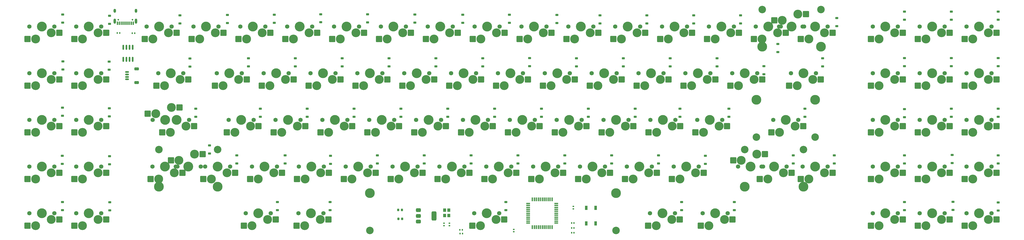
<source format=gbr>
%TF.GenerationSoftware,KiCad,Pcbnew,8.0.8*%
%TF.CreationDate,2025-04-01T14:15:57+02:00*%
%TF.ProjectId,xt_pcb,78745f70-6362-42e6-9b69-6361645f7063,rev?*%
%TF.SameCoordinates,Original*%
%TF.FileFunction,Soldermask,Bot*%
%TF.FilePolarity,Negative*%
%FSLAX46Y46*%
G04 Gerber Fmt 4.6, Leading zero omitted, Abs format (unit mm)*
G04 Created by KiCad (PCBNEW 8.0.8) date 2025-04-01 14:15:57*
%MOMM*%
%LPD*%
G01*
G04 APERTURE LIST*
G04 Aperture macros list*
%AMRoundRect*
0 Rectangle with rounded corners*
0 $1 Rounding radius*
0 $2 $3 $4 $5 $6 $7 $8 $9 X,Y pos of 4 corners*
0 Add a 4 corners polygon primitive as box body*
4,1,4,$2,$3,$4,$5,$6,$7,$8,$9,$2,$3,0*
0 Add four circle primitives for the rounded corners*
1,1,$1+$1,$2,$3*
1,1,$1+$1,$4,$5*
1,1,$1+$1,$6,$7*
1,1,$1+$1,$8,$9*
0 Add four rect primitives between the rounded corners*
20,1,$1+$1,$2,$3,$4,$5,0*
20,1,$1+$1,$4,$5,$6,$7,0*
20,1,$1+$1,$6,$7,$8,$9,0*
20,1,$1+$1,$8,$9,$2,$3,0*%
G04 Aperture macros list end*
%ADD10RoundRect,0.250000X1.025000X1.000000X-1.025000X1.000000X-1.025000X-1.000000X1.025000X-1.000000X0*%
%ADD11C,1.750000*%
%ADD12C,4.000000*%
%ADD13C,3.600000*%
%ADD14C,3.048000*%
%ADD15C,3.987800*%
%ADD16RoundRect,0.250000X-1.025000X-1.000000X1.025000X-1.000000X1.025000X1.000000X-1.025000X1.000000X0*%
%ADD17RoundRect,0.225000X-0.375000X0.225000X-0.375000X-0.225000X0.375000X-0.225000X0.375000X0.225000X0*%
%ADD18C,0.650000*%
%ADD19R,0.600000X1.450000*%
%ADD20R,0.300000X1.450000*%
%ADD21O,1.000000X1.600000*%
%ADD22O,1.000000X2.100000*%
%ADD23RoundRect,0.135000X-0.135000X-0.185000X0.135000X-0.185000X0.135000X0.185000X-0.135000X0.185000X0*%
%ADD24RoundRect,0.375000X-0.625000X-0.375000X0.625000X-0.375000X0.625000X0.375000X-0.625000X0.375000X0*%
%ADD25RoundRect,0.500000X-0.500000X-1.400000X0.500000X-1.400000X0.500000X1.400000X-0.500000X1.400000X0*%
%ADD26RoundRect,0.140000X-0.140000X-0.170000X0.140000X-0.170000X0.140000X0.170000X-0.140000X0.170000X0*%
%ADD27RoundRect,0.140000X0.170000X-0.140000X0.170000X0.140000X-0.170000X0.140000X-0.170000X-0.140000X0*%
%ADD28R,0.550000X1.500000*%
%ADD29R,1.500000X0.550000*%
%ADD30RoundRect,0.150000X-0.625000X0.150000X-0.625000X-0.150000X0.625000X-0.150000X0.625000X0.150000X0*%
%ADD31RoundRect,0.250000X-0.650000X0.350000X-0.650000X-0.350000X0.650000X-0.350000X0.650000X0.350000X0*%
%ADD32RoundRect,0.150000X-0.150000X0.825000X-0.150000X-0.825000X0.150000X-0.825000X0.150000X0.825000X0*%
%ADD33R,1.200000X1.400000*%
%ADD34RoundRect,0.135000X-0.185000X0.135000X-0.185000X-0.135000X0.185000X-0.135000X0.185000X0.135000X0*%
%ADD35RoundRect,0.225000X0.225000X0.250000X-0.225000X0.250000X-0.225000X-0.250000X0.225000X-0.250000X0*%
%ADD36R,1.000000X1.700000*%
%ADD37RoundRect,0.140000X-0.170000X0.140000X-0.170000X-0.140000X0.170000X-0.140000X0.170000X0.140000X0*%
%ADD38RoundRect,0.135000X0.135000X0.185000X-0.135000X0.185000X-0.135000X-0.185000X0.135000X-0.185000X0*%
%ADD39RoundRect,0.225000X0.375000X-0.225000X0.375000X0.225000X-0.375000X0.225000X-0.375000X-0.225000X0*%
G04 APERTURE END LIST*
D10*
%TO.C,SW79*%
X444495000Y-150145000D03*
D11*
X442490000Y-147605000D03*
D12*
X437410000Y-147605000D03*
D11*
X432330000Y-147605000D03*
D10*
X431568000Y-152685000D03*
D13*
X441220000Y-150145000D03*
X434870000Y-152685000D03*
%TD*%
D10*
%TO.C,SW43*%
X101595000Y-131095000D03*
D11*
X99590000Y-128555000D03*
D12*
X94510000Y-128555000D03*
D11*
X89430000Y-128555000D03*
D10*
X88668000Y-133635000D03*
D13*
X98320000Y-131095000D03*
X91970000Y-133635000D03*
%TD*%
D14*
%TO.C,SW93*%
X361193250Y-140620000D03*
D15*
X361193250Y-155830000D03*
D14*
X385069250Y-140620000D03*
D15*
X385069250Y-155830000D03*
%TD*%
D10*
%TO.C,SW46*%
X182572500Y-131095000D03*
D11*
X180567500Y-128555000D03*
D12*
X175487500Y-128555000D03*
D11*
X170407500Y-128555000D03*
D10*
X169645500Y-133635000D03*
D13*
X179297500Y-131095000D03*
X172947500Y-133635000D03*
%TD*%
D10*
%TO.C,SW36*%
X377835000Y-92995000D03*
D11*
X375830000Y-90455000D03*
D12*
X370750000Y-90455000D03*
D11*
X365670000Y-90455000D03*
D10*
X364908000Y-95535000D03*
D13*
X374560000Y-92995000D03*
X368210000Y-95535000D03*
%TD*%
D10*
%TO.C,SW72*%
X230197500Y-150145000D03*
D11*
X228192500Y-147605000D03*
D12*
X223112500Y-147605000D03*
D11*
X218032500Y-147605000D03*
D10*
X217270500Y-152685000D03*
D13*
X226922500Y-150145000D03*
X220572500Y-152685000D03*
%TD*%
D10*
%TO.C,SW25*%
X158760000Y-112045000D03*
D11*
X156755000Y-109505000D03*
D12*
X151675000Y-109505000D03*
D11*
X146595000Y-109505000D03*
D10*
X145833000Y-114585000D03*
D13*
X155485000Y-112045000D03*
X149135000Y-114585000D03*
%TD*%
D10*
%TO.C,SW38*%
X425445000Y-112045000D03*
D11*
X423440000Y-109505000D03*
D12*
X418360000Y-109505000D03*
D11*
X413280000Y-109505000D03*
D10*
X412518000Y-114585000D03*
D13*
X422170000Y-112045000D03*
X415820000Y-114585000D03*
%TD*%
D10*
%TO.C,SW62*%
X368310000Y-112045000D03*
D11*
X366305000Y-109505000D03*
D12*
X361225000Y-109505000D03*
D11*
X356145000Y-109505000D03*
D10*
X355383000Y-114585000D03*
D13*
X365035000Y-112045000D03*
X358685000Y-114585000D03*
%TD*%
D10*
%TO.C,SW28*%
X215910000Y-112045000D03*
D11*
X213905000Y-109505000D03*
D12*
X208825000Y-109505000D03*
D11*
X203745000Y-109505000D03*
D10*
X202983000Y-114585000D03*
D13*
X212635000Y-112045000D03*
X206285000Y-114585000D03*
%TD*%
D10*
%TO.C,SW9*%
X206385000Y-92995000D03*
D11*
X204380000Y-90455000D03*
D12*
X199300000Y-90455000D03*
D11*
X194220000Y-90455000D03*
D10*
X193458000Y-95535000D03*
D13*
X203110000Y-92995000D03*
X196760000Y-95535000D03*
%TD*%
D10*
%TO.C,SW23*%
X101595000Y-112045000D03*
D11*
X99590000Y-109505000D03*
D12*
X94510000Y-109505000D03*
D11*
X89430000Y-109505000D03*
D10*
X88668000Y-114585000D03*
D13*
X98320000Y-112045000D03*
X91970000Y-114585000D03*
%TD*%
D10*
%TO.C,SW60*%
X344497500Y-150145000D03*
D11*
X342492500Y-147605000D03*
D12*
X337412500Y-147605000D03*
D11*
X332332500Y-147605000D03*
D10*
X331570500Y-152685000D03*
D13*
X341222500Y-150145000D03*
X334872500Y-152685000D03*
%TD*%
D10*
%TO.C,SW5*%
X130185000Y-92995000D03*
D11*
X128180000Y-90455000D03*
D12*
X123100000Y-90455000D03*
D11*
X118020000Y-90455000D03*
D10*
X117258000Y-95535000D03*
D13*
X126910000Y-92995000D03*
X120560000Y-95535000D03*
%TD*%
D10*
%TO.C,SW3*%
X82545000Y-92995000D03*
D11*
X80540000Y-90455000D03*
D12*
X75460000Y-90455000D03*
D11*
X70380000Y-90455000D03*
D10*
X69618000Y-95535000D03*
D13*
X79270000Y-92995000D03*
X72920000Y-95535000D03*
%TD*%
D10*
%TO.C,SW56*%
X384978750Y-131095000D03*
D11*
X382973750Y-128555000D03*
D12*
X377893750Y-128555000D03*
D11*
X372813750Y-128555000D03*
D10*
X372051750Y-133635000D03*
D13*
X381703750Y-131095000D03*
X375353750Y-133635000D03*
%TD*%
D10*
%TO.C,SW20*%
X444495000Y-92995000D03*
D11*
X442490000Y-90455000D03*
D12*
X437410000Y-90455000D03*
D11*
X432330000Y-90455000D03*
D10*
X431568000Y-95535000D03*
D13*
X441220000Y-92995000D03*
X434870000Y-95535000D03*
%TD*%
D16*
%TO.C,SW97*%
X356521250Y-145065000D03*
D11*
X358526250Y-147605000D03*
D12*
X363606250Y-147605000D03*
D11*
X368686250Y-147605000D03*
D16*
X369448250Y-142525000D03*
D13*
X359796250Y-145065000D03*
X366146250Y-142525000D03*
%TD*%
D10*
%TO.C,SW63*%
X132566250Y-150145000D03*
D11*
X130561250Y-147605000D03*
D12*
X125481250Y-147605000D03*
D11*
X120401250Y-147605000D03*
D10*
X119639250Y-152685000D03*
D13*
X129291250Y-150145000D03*
X122941250Y-152685000D03*
%TD*%
D10*
%TO.C,SW42*%
X82545000Y-131095000D03*
D11*
X80540000Y-128555000D03*
D12*
X75460000Y-128555000D03*
D11*
X70380000Y-128555000D03*
D10*
X69618000Y-133635000D03*
D13*
X79270000Y-131095000D03*
X72920000Y-133635000D03*
%TD*%
D10*
%TO.C,SW83*%
X170498750Y-169195000D03*
D11*
X168493750Y-166655000D03*
D12*
X163413750Y-166655000D03*
D11*
X158333750Y-166655000D03*
D10*
X157571750Y-171735000D03*
D13*
X167223750Y-169195000D03*
X160873750Y-171735000D03*
%TD*%
D10*
%TO.C,SW47*%
X201622500Y-131095000D03*
D11*
X199617500Y-128555000D03*
D12*
X194537500Y-128555000D03*
D11*
X189457500Y-128555000D03*
D10*
X188695500Y-133635000D03*
D13*
X198347500Y-131095000D03*
X191997500Y-133635000D03*
%TD*%
D10*
%TO.C,SW85*%
X263367500Y-169195000D03*
D11*
X261362500Y-166655000D03*
D12*
X256282500Y-166655000D03*
D11*
X251202500Y-166655000D03*
D10*
X250440500Y-171735000D03*
D13*
X260092500Y-169195000D03*
X253742500Y-171735000D03*
%TD*%
D10*
%TO.C,SW90*%
X463545000Y-169195000D03*
D11*
X461540000Y-166655000D03*
D12*
X456460000Y-166655000D03*
D11*
X451380000Y-166655000D03*
D10*
X450618000Y-171735000D03*
D13*
X460270000Y-169195000D03*
X453920000Y-171735000D03*
%TD*%
D10*
%TO.C,SW82*%
X101595000Y-169195000D03*
D11*
X99590000Y-166655000D03*
D12*
X94510000Y-166655000D03*
D11*
X89430000Y-166655000D03*
D10*
X88668000Y-171735000D03*
D13*
X98320000Y-169195000D03*
X91970000Y-171735000D03*
%TD*%
D10*
%TO.C,SW13*%
X282585000Y-92995000D03*
D11*
X280580000Y-90455000D03*
D12*
X275500000Y-90455000D03*
D11*
X270420000Y-90455000D03*
D10*
X269658000Y-95535000D03*
D13*
X279310000Y-92995000D03*
X272960000Y-95535000D03*
%TD*%
D10*
%TO.C,SW24*%
X134947500Y-112045000D03*
D11*
X132942500Y-109505000D03*
D12*
X127862500Y-109505000D03*
D11*
X122782500Y-109505000D03*
D10*
X122020500Y-114585000D03*
D13*
X131672500Y-112045000D03*
X125322500Y-114585000D03*
%TD*%
D14*
%TO.C,SW92*%
X389831750Y-135540000D03*
D15*
X389831750Y-120330000D03*
D14*
X365955750Y-135540000D03*
D15*
X365955750Y-120330000D03*
%TD*%
D10*
%TO.C,SW81*%
X82545000Y-169195000D03*
D11*
X80540000Y-166655000D03*
D12*
X75460000Y-166655000D03*
D11*
X70380000Y-166655000D03*
D10*
X69618000Y-171735000D03*
D13*
X79270000Y-169195000D03*
X72920000Y-171735000D03*
%TD*%
D10*
%TO.C,SW22*%
X82545000Y-112045000D03*
D11*
X80540000Y-109505000D03*
D12*
X75460000Y-109505000D03*
D11*
X70380000Y-109505000D03*
D10*
X69618000Y-114585000D03*
D13*
X79270000Y-112045000D03*
X72920000Y-114585000D03*
%TD*%
D10*
%TO.C,SW14*%
X301635000Y-92995000D03*
D11*
X299630000Y-90455000D03*
D12*
X294550000Y-90455000D03*
D11*
X289470000Y-90455000D03*
D10*
X288708000Y-95535000D03*
D13*
X298360000Y-92995000D03*
X292010000Y-95535000D03*
%TD*%
D10*
%TO.C,SW49*%
X239722500Y-131095000D03*
D11*
X237717500Y-128555000D03*
D12*
X232637500Y-128555000D03*
D11*
X227557500Y-128555000D03*
D10*
X226795500Y-133635000D03*
D13*
X236447500Y-131095000D03*
X230097500Y-133635000D03*
%TD*%
D10*
%TO.C,SW54*%
X334972500Y-131095000D03*
D11*
X332967500Y-128555000D03*
D12*
X327887500Y-128555000D03*
D11*
X322807500Y-128555000D03*
D10*
X322045500Y-133635000D03*
D13*
X331697500Y-131095000D03*
X325347500Y-133635000D03*
%TD*%
D10*
%TO.C,SW10*%
X225435000Y-92995000D03*
D11*
X223430000Y-90455000D03*
D12*
X218350000Y-90455000D03*
D11*
X213270000Y-90455000D03*
D10*
X212508000Y-95535000D03*
D13*
X222160000Y-92995000D03*
X215810000Y-95535000D03*
%TD*%
D10*
%TO.C,SW15*%
X320685000Y-92995000D03*
D11*
X318680000Y-90455000D03*
D12*
X313600000Y-90455000D03*
D11*
X308520000Y-90455000D03*
D10*
X307758000Y-95535000D03*
D13*
X317410000Y-92995000D03*
X311060000Y-95535000D03*
%TD*%
D10*
%TO.C,SW29*%
X234960000Y-112045000D03*
D11*
X232955000Y-109505000D03*
D12*
X227875000Y-109505000D03*
D11*
X222795000Y-109505000D03*
D10*
X222033000Y-114585000D03*
D13*
X231685000Y-112045000D03*
X225335000Y-114585000D03*
%TD*%
D10*
%TO.C,SW67*%
X101595000Y-150145000D03*
D11*
X99590000Y-147605000D03*
D12*
X94510000Y-147605000D03*
D11*
X89430000Y-147605000D03*
D10*
X88668000Y-152685000D03*
D13*
X98320000Y-150145000D03*
X91970000Y-152685000D03*
%TD*%
D10*
%TO.C,SW50*%
X258772500Y-131095000D03*
D11*
X256767500Y-128555000D03*
D12*
X251687500Y-128555000D03*
D11*
X246607500Y-128555000D03*
D10*
X245845500Y-133635000D03*
D13*
X255497500Y-131095000D03*
X249147500Y-133635000D03*
%TD*%
D10*
%TO.C,SW58*%
X444495000Y-131095000D03*
D11*
X442490000Y-128555000D03*
D12*
X437410000Y-128555000D03*
D11*
X432330000Y-128555000D03*
D10*
X431568000Y-133635000D03*
D13*
X441220000Y-131095000D03*
X434870000Y-133635000D03*
%TD*%
D10*
%TO.C,SW55*%
X354022500Y-131095000D03*
D11*
X352017500Y-128555000D03*
D12*
X346937500Y-128555000D03*
D11*
X341857500Y-128555000D03*
D10*
X341095500Y-133635000D03*
D13*
X350747500Y-131095000D03*
X344397500Y-133635000D03*
%TD*%
D10*
%TO.C,SW16*%
X339735000Y-92995000D03*
D11*
X337730000Y-90455000D03*
D12*
X332650000Y-90455000D03*
D11*
X327570000Y-90455000D03*
D10*
X326808000Y-95535000D03*
D13*
X336460000Y-92995000D03*
X330110000Y-95535000D03*
%TD*%
D14*
%TO.C,SW95*%
X123068250Y-140620000D03*
D15*
X123068250Y-155830000D03*
D14*
X146944250Y-140620000D03*
D15*
X146944250Y-155830000D03*
%TD*%
D10*
%TO.C,SW96*%
X380216250Y-150145000D03*
D11*
X378211250Y-147605000D03*
D12*
X373131250Y-147605000D03*
D11*
X368051250Y-147605000D03*
D10*
X367289250Y-152685000D03*
D13*
X376941250Y-150145000D03*
X370591250Y-152685000D03*
%TD*%
D10*
%TO.C,SW73*%
X249247500Y-150145000D03*
D11*
X247242500Y-147605000D03*
D12*
X242162500Y-147605000D03*
D11*
X237082500Y-147605000D03*
D10*
X236320500Y-152685000D03*
D13*
X245972500Y-150145000D03*
X239622500Y-152685000D03*
%TD*%
D10*
%TO.C,SW37*%
X392122500Y-112045000D03*
D11*
X390117500Y-109505000D03*
D12*
X385037500Y-109505000D03*
D11*
X379957500Y-109505000D03*
D10*
X379195500Y-114585000D03*
D13*
X388847500Y-112045000D03*
X382497500Y-114585000D03*
%TD*%
D10*
%TO.C,SW71*%
X211147500Y-150145000D03*
D11*
X209142500Y-147605000D03*
D12*
X204062500Y-147605000D03*
D11*
X198982500Y-147605000D03*
D10*
X198220500Y-152685000D03*
D13*
X207872500Y-150145000D03*
X201522500Y-152685000D03*
%TD*%
D10*
%TO.C,SW52*%
X296872500Y-131095000D03*
D11*
X294867500Y-128555000D03*
D12*
X289787500Y-128555000D03*
D11*
X284707500Y-128555000D03*
D10*
X283945500Y-133635000D03*
D13*
X293597500Y-131095000D03*
X287247500Y-133635000D03*
%TD*%
D10*
%TO.C,SW34*%
X330210000Y-112045000D03*
D11*
X328205000Y-109505000D03*
D12*
X323125000Y-109505000D03*
D11*
X318045000Y-109505000D03*
D10*
X317283000Y-114585000D03*
D13*
X326935000Y-112045000D03*
X320585000Y-114585000D03*
%TD*%
D14*
%TO.C,SW94*%
X368337000Y-83470000D03*
D15*
X368337000Y-98680000D03*
D14*
X392213000Y-83470000D03*
D15*
X392213000Y-98680000D03*
%TD*%
D10*
%TO.C,SW59*%
X463545000Y-131095000D03*
D11*
X461540000Y-128555000D03*
D12*
X456460000Y-128555000D03*
D11*
X451380000Y-128555000D03*
D10*
X450618000Y-133635000D03*
D13*
X460270000Y-131095000D03*
X453920000Y-133635000D03*
%TD*%
D10*
%TO.C,SW75*%
X287347500Y-150145000D03*
D11*
X285342500Y-147605000D03*
D12*
X280262500Y-147605000D03*
D11*
X275182500Y-147605000D03*
D10*
X274420500Y-152685000D03*
D13*
X284072500Y-150145000D03*
X277722500Y-152685000D03*
%TD*%
D16*
%TO.C,SW44*%
X118445000Y-126030000D03*
D11*
X120450000Y-128570000D03*
D12*
X125530000Y-128570000D03*
D11*
X130610000Y-128570000D03*
D16*
X131372000Y-123490000D03*
D13*
X121720000Y-126030000D03*
X128070000Y-123490000D03*
%TD*%
D10*
%TO.C,SW41*%
X137328750Y-131095000D03*
D11*
X135323750Y-128555000D03*
D12*
X130243750Y-128555000D03*
D11*
X125163750Y-128555000D03*
D10*
X124401750Y-133635000D03*
D13*
X134053750Y-131095000D03*
X127703750Y-133635000D03*
%TD*%
D10*
%TO.C,SW6*%
X149235000Y-92995000D03*
D11*
X147230000Y-90455000D03*
D12*
X142150000Y-90455000D03*
D11*
X137070000Y-90455000D03*
D10*
X136308000Y-95535000D03*
D13*
X145960000Y-92995000D03*
X139610000Y-95535000D03*
%TD*%
D10*
%TO.C,SW21*%
X463545000Y-92995000D03*
D11*
X461540000Y-90455000D03*
D12*
X456460000Y-90455000D03*
D11*
X451380000Y-90455000D03*
D10*
X450618000Y-95535000D03*
D13*
X460270000Y-92995000D03*
X453920000Y-95535000D03*
%TD*%
D10*
%TO.C,SW77*%
X325447500Y-150145000D03*
D11*
X323442500Y-147605000D03*
D12*
X318362500Y-147605000D03*
D11*
X313282500Y-147605000D03*
D10*
X312520500Y-152685000D03*
D13*
X322172500Y-150145000D03*
X315822500Y-152685000D03*
%TD*%
D10*
%TO.C,SW4*%
X101595000Y-92995000D03*
D11*
X99590000Y-90455000D03*
D12*
X94510000Y-90455000D03*
D11*
X89430000Y-90455000D03*
D10*
X88668000Y-95535000D03*
D13*
X98320000Y-92995000D03*
X91970000Y-95535000D03*
%TD*%
D10*
%TO.C,SW2*%
X396885000Y-92995000D03*
D11*
X394880000Y-90455000D03*
D12*
X389800000Y-90455000D03*
D11*
X384720000Y-90455000D03*
D10*
X383958000Y-95535000D03*
D13*
X393610000Y-92995000D03*
X387260000Y-95535000D03*
%TD*%
D16*
%TO.C,SW1*%
X373190000Y-87915000D03*
D11*
X375195000Y-90455000D03*
D12*
X380275000Y-90455000D03*
D11*
X385355000Y-90455000D03*
D16*
X386117000Y-85375000D03*
D13*
X376465000Y-87915000D03*
X382815000Y-85375000D03*
%TD*%
D10*
%TO.C,SW12*%
X263535000Y-92995000D03*
D11*
X261530000Y-90455000D03*
D12*
X256450000Y-90455000D03*
D11*
X251370000Y-90455000D03*
D10*
X250608000Y-95535000D03*
D13*
X260260000Y-92995000D03*
X253910000Y-95535000D03*
%TD*%
D10*
%TO.C,SW66*%
X82545000Y-150145000D03*
D11*
X80540000Y-147605000D03*
D12*
X75460000Y-147605000D03*
D11*
X70380000Y-147605000D03*
D10*
X69618000Y-152685000D03*
D13*
X79270000Y-150145000D03*
X72920000Y-152685000D03*
%TD*%
D10*
%TO.C,SW68*%
X153997500Y-150145000D03*
D11*
X151992500Y-147605000D03*
D12*
X146912500Y-147605000D03*
D11*
X141832500Y-147605000D03*
D10*
X141070500Y-152685000D03*
D13*
X150722500Y-150145000D03*
X144372500Y-152685000D03*
%TD*%
D10*
%TO.C,SW40*%
X463545000Y-112045000D03*
D11*
X461540000Y-109505000D03*
D12*
X456460000Y-109505000D03*
D11*
X451380000Y-109505000D03*
D10*
X450618000Y-114585000D03*
D13*
X460270000Y-112045000D03*
X453920000Y-114585000D03*
%TD*%
D10*
%TO.C,SW45*%
X163522500Y-131095000D03*
D11*
X161517500Y-128555000D03*
D12*
X156437500Y-128555000D03*
D11*
X151357500Y-128555000D03*
D10*
X150595500Y-133635000D03*
D13*
X160247500Y-131095000D03*
X153897500Y-133635000D03*
%TD*%
D10*
%TO.C,SW7*%
X168285000Y-92995000D03*
D11*
X166280000Y-90455000D03*
D12*
X161200000Y-90455000D03*
D11*
X156120000Y-90455000D03*
D10*
X155358000Y-95535000D03*
D13*
X165010000Y-92995000D03*
X158660000Y-95535000D03*
%TD*%
D10*
%TO.C,SW48*%
X220672500Y-131095000D03*
D11*
X218667500Y-128555000D03*
D12*
X213587500Y-128555000D03*
D11*
X208507500Y-128555000D03*
D10*
X207745500Y-133635000D03*
D13*
X217397500Y-131095000D03*
X211047500Y-133635000D03*
%TD*%
D10*
%TO.C,SW31*%
X273060000Y-112045000D03*
D11*
X271055000Y-109505000D03*
D12*
X265975000Y-109505000D03*
D11*
X260895000Y-109505000D03*
D10*
X260133000Y-114585000D03*
D13*
X269785000Y-112045000D03*
X263435000Y-114585000D03*
%TD*%
D10*
%TO.C,SW26*%
X177810000Y-112045000D03*
D11*
X175805000Y-109505000D03*
D12*
X170725000Y-109505000D03*
D11*
X165645000Y-109505000D03*
D10*
X164883000Y-114585000D03*
D13*
X174535000Y-112045000D03*
X168185000Y-114585000D03*
%TD*%
D10*
%TO.C,SW35*%
X349260000Y-112045000D03*
D11*
X347255000Y-109505000D03*
D12*
X342175000Y-109505000D03*
D11*
X337095000Y-109505000D03*
D10*
X336333000Y-114585000D03*
D13*
X345985000Y-112045000D03*
X339635000Y-114585000D03*
%TD*%
D10*
%TO.C,SW84*%
X191930000Y-169195000D03*
D11*
X189925000Y-166655000D03*
D12*
X184845000Y-166655000D03*
D11*
X179765000Y-166655000D03*
D10*
X179003000Y-171735000D03*
D13*
X188655000Y-169195000D03*
X182305000Y-171735000D03*
%TD*%
D10*
%TO.C,SW78*%
X425445000Y-150145000D03*
D11*
X423440000Y-147605000D03*
D12*
X418360000Y-147605000D03*
D11*
X413280000Y-147605000D03*
D10*
X412518000Y-152685000D03*
D13*
X422170000Y-150145000D03*
X415820000Y-152685000D03*
%TD*%
D10*
%TO.C,SW32*%
X292110000Y-112045000D03*
D11*
X290105000Y-109505000D03*
D12*
X285025000Y-109505000D03*
D11*
X279945000Y-109505000D03*
D10*
X279183000Y-114585000D03*
D13*
X288835000Y-112045000D03*
X282485000Y-114585000D03*
%TD*%
D10*
%TO.C,SW89*%
X444495000Y-169195000D03*
D11*
X442490000Y-166655000D03*
D12*
X437410000Y-166655000D03*
D11*
X432330000Y-166655000D03*
D10*
X431568000Y-171735000D03*
D13*
X441220000Y-169195000D03*
X434870000Y-171735000D03*
%TD*%
D10*
%TO.C,SW69*%
X173047500Y-150145000D03*
D11*
X171042500Y-147605000D03*
D12*
X165962500Y-147605000D03*
D11*
X160882500Y-147605000D03*
D10*
X160120500Y-152685000D03*
D13*
X169772500Y-150145000D03*
X163422500Y-152685000D03*
%TD*%
D10*
%TO.C,SW17*%
X358785000Y-92995000D03*
D11*
X356780000Y-90455000D03*
D12*
X351700000Y-90455000D03*
D11*
X346620000Y-90455000D03*
D10*
X345858000Y-95535000D03*
D13*
X355510000Y-92995000D03*
X349160000Y-95535000D03*
%TD*%
D10*
%TO.C,SW39*%
X444495000Y-112045000D03*
D11*
X442490000Y-109505000D03*
D12*
X437410000Y-109505000D03*
D11*
X432330000Y-109505000D03*
D10*
X431568000Y-114585000D03*
D13*
X441220000Y-112045000D03*
X434870000Y-114585000D03*
%TD*%
D10*
%TO.C,SW74*%
X268297500Y-150145000D03*
D11*
X266292500Y-147605000D03*
D12*
X261212500Y-147605000D03*
D11*
X256132500Y-147605000D03*
D10*
X255370500Y-152685000D03*
D13*
X265022500Y-150145000D03*
X258672500Y-152685000D03*
%TD*%
D10*
%TO.C,SW30*%
X254010000Y-112045000D03*
D11*
X252005000Y-109505000D03*
D12*
X246925000Y-109505000D03*
D11*
X241845000Y-109505000D03*
D10*
X241083000Y-114585000D03*
D13*
X250735000Y-112045000D03*
X244385000Y-114585000D03*
%TD*%
D10*
%TO.C,SW64*%
X396885000Y-150145000D03*
D11*
X394880000Y-147605000D03*
D12*
X389800000Y-147605000D03*
D11*
X384720000Y-147605000D03*
D10*
X383958000Y-152685000D03*
D13*
X393610000Y-150145000D03*
X387260000Y-152685000D03*
%TD*%
D10*
%TO.C,SW19*%
X425445000Y-92995000D03*
D11*
X423440000Y-90455000D03*
D12*
X418360000Y-90455000D03*
D11*
X413280000Y-90455000D03*
D10*
X412518000Y-95535000D03*
D13*
X422170000Y-92995000D03*
X415820000Y-95535000D03*
%TD*%
D10*
%TO.C,SW57*%
X425445000Y-131095000D03*
D11*
X423440000Y-128555000D03*
D12*
X418360000Y-128555000D03*
D11*
X413280000Y-128555000D03*
D10*
X412518000Y-133635000D03*
D13*
X422170000Y-131095000D03*
X415820000Y-133635000D03*
%TD*%
D10*
%TO.C,SW8*%
X187335000Y-92995000D03*
D11*
X185330000Y-90455000D03*
D12*
X180250000Y-90455000D03*
D11*
X175170000Y-90455000D03*
D10*
X174408000Y-95535000D03*
D13*
X184060000Y-92995000D03*
X177710000Y-95535000D03*
%TD*%
D10*
%TO.C,SW51*%
X277822500Y-131095000D03*
D11*
X275817500Y-128555000D03*
D12*
X270737500Y-128555000D03*
D11*
X265657500Y-128555000D03*
D10*
X264895500Y-133635000D03*
D13*
X274547500Y-131095000D03*
X268197500Y-133635000D03*
%TD*%
D10*
%TO.C,SW33*%
X311160000Y-112045000D03*
D11*
X309155000Y-109505000D03*
D12*
X304075000Y-109505000D03*
D11*
X298995000Y-109505000D03*
D10*
X298233000Y-114585000D03*
D13*
X307885000Y-112045000D03*
X301535000Y-114585000D03*
%TD*%
D10*
%TO.C,SW76*%
X306397500Y-150145000D03*
D11*
X304392500Y-147605000D03*
D12*
X299312500Y-147605000D03*
D11*
X294232500Y-147605000D03*
D10*
X293470500Y-152685000D03*
D13*
X303122500Y-150145000D03*
X296772500Y-152685000D03*
%TD*%
D10*
%TO.C,SW11*%
X244485000Y-92995000D03*
D11*
X242480000Y-90455000D03*
D12*
X237400000Y-90455000D03*
D11*
X232320000Y-90455000D03*
D10*
X231558000Y-95535000D03*
D13*
X241210000Y-92995000D03*
X234860000Y-95535000D03*
%TD*%
D10*
%TO.C,SW80*%
X463545000Y-150145000D03*
D11*
X461540000Y-147605000D03*
D12*
X456460000Y-147605000D03*
D11*
X451380000Y-147605000D03*
D10*
X450618000Y-152685000D03*
D13*
X460270000Y-150145000D03*
X453920000Y-152685000D03*
%TD*%
D10*
%TO.C,SW27*%
X196860000Y-112045000D03*
D11*
X194855000Y-109505000D03*
D12*
X189775000Y-109505000D03*
D11*
X184695000Y-109505000D03*
D10*
X183933000Y-114585000D03*
D13*
X193585000Y-112045000D03*
X187235000Y-114585000D03*
%TD*%
D10*
%TO.C,SW88*%
X425445000Y-169195000D03*
D11*
X423440000Y-166655000D03*
D12*
X418360000Y-166655000D03*
D11*
X413280000Y-166655000D03*
D10*
X412518000Y-171735000D03*
D13*
X422170000Y-169195000D03*
X415820000Y-171735000D03*
%TD*%
D10*
%TO.C,SW87*%
X356236250Y-169195000D03*
D11*
X354231250Y-166655000D03*
D12*
X349151250Y-166655000D03*
D11*
X344071250Y-166655000D03*
D10*
X343309250Y-171735000D03*
D13*
X352961250Y-169195000D03*
X346611250Y-171735000D03*
%TD*%
D16*
%TO.C,SW61*%
X127921250Y-145065000D03*
D11*
X129926250Y-147605000D03*
D12*
X135006250Y-147605000D03*
D11*
X140086250Y-147605000D03*
D16*
X140848250Y-142525000D03*
D13*
X131196250Y-145065000D03*
X137546250Y-142525000D03*
%TD*%
D10*
%TO.C,SW86*%
X334805000Y-169195000D03*
D11*
X332800000Y-166655000D03*
D12*
X327720000Y-166655000D03*
D11*
X322640000Y-166655000D03*
D10*
X321878000Y-171735000D03*
D13*
X331530000Y-169195000D03*
X325180000Y-171735000D03*
%TD*%
D10*
%TO.C,SW53*%
X315922500Y-131095000D03*
D11*
X313917500Y-128555000D03*
D12*
X308837500Y-128555000D03*
D11*
X303757500Y-128555000D03*
D10*
X302995500Y-133635000D03*
D13*
X312647500Y-131095000D03*
X306297500Y-133635000D03*
%TD*%
D14*
%TO.C,SW91*%
X308831250Y-173640000D03*
D15*
X308831250Y-158430000D03*
D14*
X208831250Y-173640000D03*
D15*
X208831250Y-158430000D03*
%TD*%
D10*
%TO.C,SW70*%
X192097500Y-150145000D03*
D11*
X190092500Y-147605000D03*
D12*
X185012500Y-147605000D03*
D11*
X179932500Y-147605000D03*
D10*
X179170500Y-152685000D03*
D13*
X188822500Y-150145000D03*
X182472500Y-152685000D03*
%TD*%
D17*
%TO.C,D66*%
X230912500Y-143055000D03*
X230912500Y-146355000D03*
%TD*%
%TO.C,D49*%
X278537500Y-124005000D03*
X278537500Y-127305000D03*
%TD*%
%TO.C,D82*%
X356951250Y-162105000D03*
X356951250Y-165405000D03*
%TD*%
%TO.C,D79*%
X192645000Y-162105000D03*
X192645000Y-165405000D03*
%TD*%
%TO.C,D32*%
X311875000Y-103405000D03*
X311875000Y-106705000D03*
%TD*%
%TO.C,D58*%
X83742500Y-143205000D03*
X83742500Y-146505000D03*
%TD*%
%TO.C,D64*%
X192812500Y-143155000D03*
X192812500Y-146455000D03*
%TD*%
%TO.C,D13*%
X321400000Y-85905000D03*
X321400000Y-89205000D03*
%TD*%
D18*
%TO.C,J2*%
X106515000Y-87675000D03*
X112295000Y-87675000D03*
D19*
X106155000Y-89120000D03*
X106955000Y-89120000D03*
D20*
X108155000Y-89120000D03*
X109155000Y-89120000D03*
X109655000Y-89120000D03*
X110655000Y-89120000D03*
D19*
X111855000Y-89120000D03*
X112655000Y-89120000D03*
X112655000Y-89120000D03*
X111855000Y-89120000D03*
D20*
X111155000Y-89120000D03*
X110155000Y-89120000D03*
X108655000Y-89120000D03*
X107655000Y-89120000D03*
D19*
X106955000Y-89120000D03*
X106155000Y-89120000D03*
D21*
X105085000Y-84025000D03*
D22*
X105085000Y-88205000D03*
D21*
X113725000Y-84025000D03*
D22*
X113725000Y-88205000D03*
%TD*%
D23*
%TO.C,R2*%
X245400000Y-173390000D03*
X246420000Y-173390000D03*
%TD*%
D17*
%TO.C,D7*%
X207845000Y-85455000D03*
X207845000Y-88755000D03*
%TD*%
D24*
%TO.C,U1*%
X228550000Y-170000000D03*
X228550000Y-167700000D03*
D25*
X234850000Y-167700000D03*
D24*
X228550000Y-165400000D03*
%TD*%
D17*
%TO.C,D36*%
X392837500Y-103405000D03*
X392837500Y-106705000D03*
%TD*%
%TO.C,D19*%
X445210000Y-84355000D03*
X445210000Y-87655000D03*
%TD*%
%TO.C,D43*%
X164237500Y-124005000D03*
X164237500Y-127305000D03*
%TD*%
%TO.C,D59*%
X102997500Y-143340000D03*
X102997500Y-146640000D03*
%TD*%
D26*
%TO.C,C3*%
X290810000Y-170640000D03*
X291770000Y-170640000D03*
%TD*%
D17*
%TO.C,D83*%
X426160000Y-162105000D03*
X426160000Y-165405000D03*
%TD*%
%TO.C,D6*%
X188820000Y-85405000D03*
X188820000Y-88705000D03*
%TD*%
%TO.C,D41*%
X102897500Y-123790000D03*
X102897500Y-127090000D03*
%TD*%
%TO.C,D15*%
X359500000Y-85905000D03*
X359500000Y-89205000D03*
%TD*%
%TO.C,D84*%
X445835000Y-162005000D03*
X445835000Y-165305000D03*
%TD*%
D27*
%TO.C,C6*%
X241100000Y-171690000D03*
X241100000Y-170730000D03*
%TD*%
D17*
%TO.C,D12*%
X302350000Y-85905000D03*
X302350000Y-89205000D03*
%TD*%
%TO.C,D37*%
X426160000Y-103305000D03*
X426160000Y-106605000D03*
%TD*%
%TO.C,D44*%
X183287500Y-124005000D03*
X183287500Y-127305000D03*
%TD*%
%TO.C,D39*%
X464260000Y-103305000D03*
X464260000Y-106605000D03*
%TD*%
%TO.C,D22*%
X102822500Y-104765000D03*
X102822500Y-108065000D03*
%TD*%
%TO.C,D86*%
X397600000Y-143055000D03*
X397600000Y-146355000D03*
%TD*%
%TO.C,D65*%
X211862500Y-143055000D03*
X211862500Y-146355000D03*
%TD*%
%TO.C,D2*%
X102922500Y-86015000D03*
X102922500Y-89315000D03*
%TD*%
%TO.C,D25*%
X178525000Y-103405000D03*
X178525000Y-106705000D03*
%TD*%
%TO.C,D4*%
X150920000Y-85730000D03*
X150920000Y-89030000D03*
%TD*%
%TO.C,D28*%
X235675000Y-103405000D03*
X235675000Y-106705000D03*
%TD*%
%TO.C,D74*%
X445560000Y-142880000D03*
X445560000Y-146180000D03*
%TD*%
D28*
%TO.C,U2*%
X282860000Y-172330000D03*
X282060000Y-172330000D03*
X281260000Y-172330000D03*
X280460000Y-172330000D03*
X279660000Y-172330000D03*
X278860000Y-172330000D03*
X278060000Y-172330000D03*
X277260000Y-172330000D03*
X276460000Y-172330000D03*
X275660000Y-172330000D03*
X274860000Y-172330000D03*
D29*
X273160000Y-170630000D03*
X273160000Y-169830000D03*
X273160000Y-169030000D03*
X273160000Y-168230000D03*
X273160000Y-167430000D03*
X273160000Y-166630000D03*
X273160000Y-165830000D03*
X273160000Y-165030000D03*
X273160000Y-164230000D03*
X273160000Y-163430000D03*
X273160000Y-162630000D03*
D28*
X274860000Y-160930000D03*
X275660000Y-160930000D03*
X276460000Y-160930000D03*
X277260000Y-160930000D03*
X278060000Y-160930000D03*
X278860000Y-160930000D03*
X279660000Y-160930000D03*
X280460000Y-160930000D03*
X281260000Y-160930000D03*
X282060000Y-160930000D03*
X282860000Y-160930000D03*
D29*
X284560000Y-162630000D03*
X284560000Y-163430000D03*
X284560000Y-164230000D03*
X284560000Y-165030000D03*
X284560000Y-165830000D03*
X284560000Y-166630000D03*
X284560000Y-167430000D03*
X284560000Y-168230000D03*
X284560000Y-169030000D03*
X284560000Y-169830000D03*
X284560000Y-170630000D03*
%TD*%
D27*
%TO.C,C8*%
X267300000Y-174210000D03*
X267300000Y-173250000D03*
%TD*%
D30*
%TO.C,J1*%
X110055000Y-108975000D03*
X110055000Y-109975000D03*
X110055000Y-110975000D03*
X110055000Y-111975000D03*
D31*
X113930000Y-107675000D03*
X113930000Y-113275000D03*
%TD*%
D17*
%TO.C,D40*%
X83842500Y-123555000D03*
X83842500Y-126855000D03*
%TD*%
%TO.C,D53*%
X354737500Y-124005000D03*
X354737500Y-127305000D03*
%TD*%
D32*
%TO.C,U3*%
X108570000Y-98890000D03*
X109840000Y-98890000D03*
X111110000Y-98890000D03*
X112380000Y-98890000D03*
X112380000Y-103840000D03*
X111110000Y-103840000D03*
X109840000Y-103840000D03*
X108570000Y-103840000D03*
%TD*%
D17*
%TO.C,D45*%
X202337500Y-124005000D03*
X202337500Y-127305000D03*
%TD*%
D23*
%TO.C,R5*%
X112175000Y-93145000D03*
X113195000Y-93145000D03*
%TD*%
D17*
%TO.C,D70*%
X307112500Y-143055000D03*
X307112500Y-146355000D03*
%TD*%
%TO.C,D1*%
X83892500Y-85505000D03*
X83892500Y-88805000D03*
%TD*%
D33*
%TO.C,Y1*%
X239190000Y-167550000D03*
X239190000Y-165350000D03*
X240890000Y-165350000D03*
X240890000Y-167550000D03*
%TD*%
D34*
%TO.C,R1*%
X291480000Y-163850000D03*
X291480000Y-164870000D03*
%TD*%
D17*
%TO.C,D20*%
X464260000Y-84355000D03*
X464260000Y-87655000D03*
%TD*%
%TO.C,D23*%
X135662500Y-103505000D03*
X135662500Y-106805000D03*
%TD*%
%TO.C,D80*%
X264082500Y-162105000D03*
X264082500Y-165405000D03*
%TD*%
%TO.C,D71*%
X326162500Y-143055000D03*
X326162500Y-146355000D03*
%TD*%
D35*
%TO.C,C5*%
X221935000Y-168910000D03*
X220385000Y-168910000D03*
%TD*%
D17*
%TO.C,D81*%
X335520000Y-162105000D03*
X335520000Y-165405000D03*
%TD*%
%TO.C,D31*%
X292825000Y-103405000D03*
X292825000Y-106705000D03*
%TD*%
%TO.C,D27*%
X216625000Y-103405000D03*
X216625000Y-106705000D03*
%TD*%
%TO.C,D34*%
X349975000Y-103405000D03*
X349975000Y-106705000D03*
%TD*%
%TO.C,D77*%
X103072500Y-162165000D03*
X103072500Y-165465000D03*
%TD*%
%TO.C,D75*%
X464260000Y-143055000D03*
X464260000Y-146355000D03*
%TD*%
%TO.C,D3*%
X131620000Y-85855000D03*
X131620000Y-89155000D03*
%TD*%
D26*
%TO.C,C1*%
X290810002Y-174580000D03*
X291770002Y-174580000D03*
%TD*%
D17*
%TO.C,D47*%
X240437500Y-124005000D03*
X240437500Y-127305000D03*
%TD*%
D36*
%TO.C,BT1*%
X296750000Y-164460000D03*
X296750000Y-170760000D03*
X300550000Y-164460000D03*
X300550000Y-170760000D03*
%TD*%
D17*
%TO.C,D10*%
X265495000Y-85605000D03*
X265495000Y-88905000D03*
%TD*%
%TO.C,D73*%
X426160000Y-143055000D03*
X426160000Y-146355000D03*
%TD*%
%TO.C,D29*%
X254725000Y-103405000D03*
X254725000Y-106705000D03*
%TD*%
%TO.C,D26*%
X197575000Y-103405000D03*
X197575000Y-106705000D03*
%TD*%
%TO.C,D14*%
X340450000Y-85905000D03*
X340450000Y-89205000D03*
%TD*%
%TO.C,D8*%
X227045000Y-85530000D03*
X227045000Y-88830000D03*
%TD*%
D23*
%TO.C,R3*%
X245420000Y-174910000D03*
X246440000Y-174910000D03*
%TD*%
D17*
%TO.C,D72*%
X380931250Y-143055000D03*
X380931250Y-146355000D03*
%TD*%
%TO.C,D18*%
X426160000Y-84355000D03*
X426160000Y-87655000D03*
%TD*%
%TO.C,D9*%
X246570000Y-85605000D03*
X246570000Y-88905000D03*
%TD*%
D37*
%TO.C,C7*%
X238970000Y-170730000D03*
X238970000Y-171690000D03*
%TD*%
D17*
%TO.C,D60*%
X143565000Y-138957500D03*
X143565000Y-142257500D03*
%TD*%
%TO.C,D46*%
X221387500Y-124005000D03*
X221387500Y-127305000D03*
%TD*%
%TO.C,D63*%
X174345000Y-143005000D03*
X174345000Y-146305000D03*
%TD*%
%TO.C,D38*%
X445210000Y-103305000D03*
X445210000Y-106605000D03*
%TD*%
%TO.C,D52*%
X334887500Y-124005000D03*
X334887500Y-127305000D03*
%TD*%
%TO.C,D57*%
X464260000Y-124005000D03*
X464260000Y-127305000D03*
%TD*%
%TO.C,D76*%
X83867500Y-162030000D03*
X83867500Y-165330000D03*
%TD*%
%TO.C,D56*%
X445210000Y-124005000D03*
X445210000Y-127305000D03*
%TD*%
%TO.C,D50*%
X297587500Y-124005000D03*
X297587500Y-127305000D03*
%TD*%
%TO.C,D69*%
X288062500Y-143055000D03*
X288062500Y-146355000D03*
%TD*%
%TO.C,D55*%
X426160000Y-124105000D03*
X426160000Y-127405000D03*
%TD*%
D26*
%TO.C,C2*%
X290810000Y-172610000D03*
X291770000Y-172610000D03*
%TD*%
D17*
%TO.C,D48*%
X259487500Y-124005000D03*
X259487500Y-127305000D03*
%TD*%
%TO.C,D51*%
X316637500Y-124005000D03*
X316637500Y-127305000D03*
%TD*%
D38*
%TO.C,R4*%
X107155000Y-93055000D03*
X106135000Y-93055000D03*
%TD*%
D17*
%TO.C,D85*%
X464260000Y-162205000D03*
X464260000Y-165505000D03*
%TD*%
%TO.C,D16*%
X398615000Y-87007500D03*
X398615000Y-90307500D03*
%TD*%
%TO.C,D54*%
X385693750Y-124005000D03*
X385693750Y-127305000D03*
%TD*%
%TO.C,D67*%
X249962500Y-143055000D03*
X249962500Y-146355000D03*
%TD*%
%TO.C,D33*%
X330925000Y-103405000D03*
X330925000Y-106705000D03*
%TD*%
%TO.C,D42*%
X138043750Y-124005000D03*
X138043750Y-127305000D03*
%TD*%
%TO.C,D62*%
X154712500Y-143055000D03*
X154712500Y-146355000D03*
%TD*%
%TO.C,D30*%
X273775000Y-103305000D03*
X273775000Y-106605000D03*
%TD*%
%TO.C,D78*%
X171213750Y-162105000D03*
X171213750Y-165405000D03*
%TD*%
%TO.C,D61*%
X345212500Y-143155000D03*
X345212500Y-146455000D03*
%TD*%
D39*
%TO.C,D35*%
X374625000Y-100835000D03*
X374625000Y-97535000D03*
%TD*%
D17*
%TO.C,D24*%
X159475000Y-103405000D03*
X159475000Y-106705000D03*
%TD*%
D35*
%TO.C,C4*%
X221835000Y-165280000D03*
X220285000Y-165280000D03*
%TD*%
D17*
%TO.C,D11*%
X284845000Y-85680000D03*
X284845000Y-88980000D03*
%TD*%
%TO.C,D5*%
X169895000Y-85655000D03*
X169895000Y-88955000D03*
%TD*%
D39*
%TO.C,D87*%
X369025000Y-109905000D03*
X369025000Y-106605000D03*
%TD*%
D17*
%TO.C,D21*%
X83967500Y-104705000D03*
X83967500Y-108005000D03*
%TD*%
%TO.C,D68*%
X269012500Y-143055000D03*
X269012500Y-146355000D03*
%TD*%
M02*

</source>
